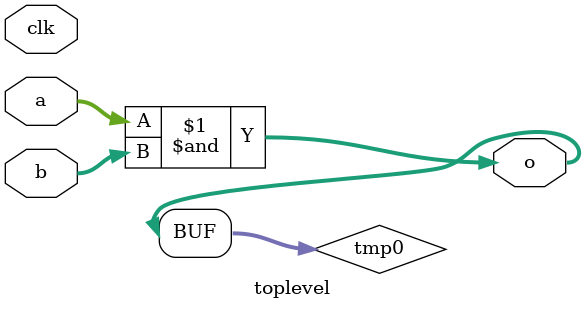
<source format=v>

module toplevel(clk, a, b, o);
    input clk;
    input[7:0] a;
    input[7:0] b;
    output[7:0] o;

    wire[7:0] tmp0;

    // Combinational
    assign o = tmp0;
    assign tmp0 = a & b;

endmodule


</source>
